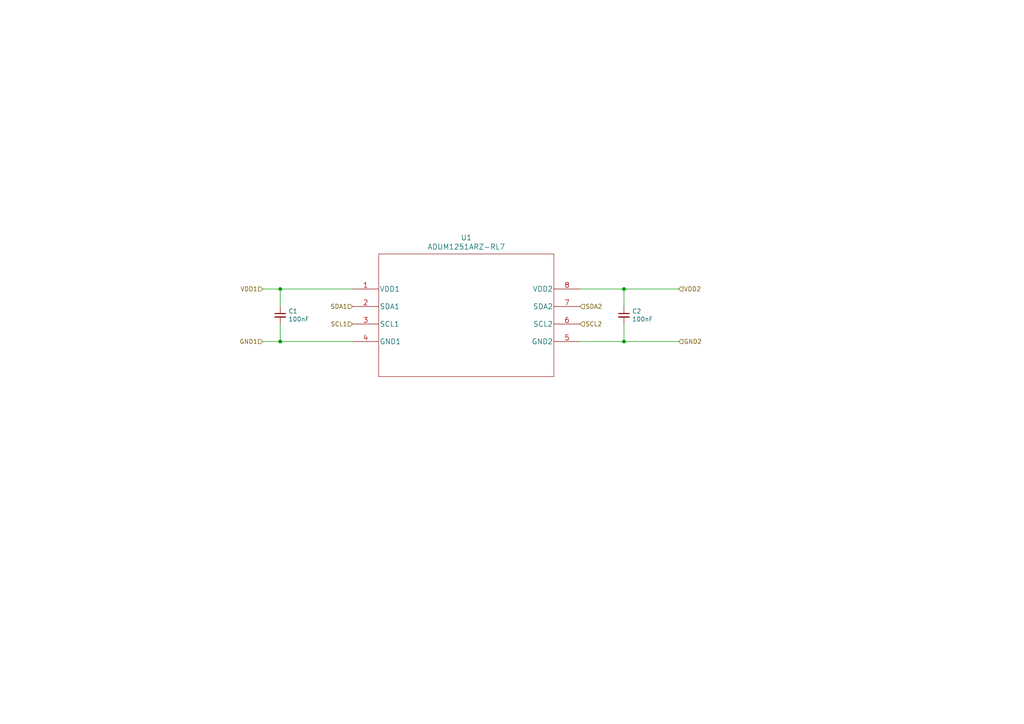
<source format=kicad_sch>
(kicad_sch (version 20211123) (generator eeschema)

  (uuid 0a3cc030-c9dd-4d74-9d50-715ed2b361a2)

  (paper "A4")

  (lib_symbols
    (symbol "Device:C_Small" (pin_numbers hide) (pin_names (offset 0.254) hide) (in_bom yes) (on_board yes)
      (property "Reference" "C" (id 0) (at 0.254 1.778 0)
        (effects (font (size 1.27 1.27)) (justify left))
      )
      (property "Value" "C_Small" (id 1) (at 0.254 -2.032 0)
        (effects (font (size 1.27 1.27)) (justify left))
      )
      (property "Footprint" "" (id 2) (at 0 0 0)
        (effects (font (size 1.27 1.27)) hide)
      )
      (property "Datasheet" "~" (id 3) (at 0 0 0)
        (effects (font (size 1.27 1.27)) hide)
      )
      (property "ki_keywords" "capacitor cap" (id 4) (at 0 0 0)
        (effects (font (size 1.27 1.27)) hide)
      )
      (property "ki_description" "Unpolarized capacitor, small symbol" (id 5) (at 0 0 0)
        (effects (font (size 1.27 1.27)) hide)
      )
      (property "ki_fp_filters" "C_*" (id 6) (at 0 0 0)
        (effects (font (size 1.27 1.27)) hide)
      )
      (symbol "C_Small_0_1"
        (polyline
          (pts
            (xy -1.524 -0.508)
            (xy 1.524 -0.508)
          )
          (stroke (width 0.3302) (type default) (color 0 0 0 0))
          (fill (type none))
        )
        (polyline
          (pts
            (xy -1.524 0.508)
            (xy 1.524 0.508)
          )
          (stroke (width 0.3048) (type default) (color 0 0 0 0))
          (fill (type none))
        )
      )
      (symbol "C_Small_1_1"
        (pin passive line (at 0 2.54 270) (length 2.032)
          (name "~" (effects (font (size 1.27 1.27))))
          (number "1" (effects (font (size 1.27 1.27))))
        )
        (pin passive line (at 0 -2.54 90) (length 2.032)
          (name "~" (effects (font (size 1.27 1.27))))
          (number "2" (effects (font (size 1.27 1.27))))
        )
      )
    )
    (symbol "local:ADUM1251ARZ-RL7" (pin_names (offset 0.254)) (in_bom yes) (on_board yes)
      (property "Reference" "U" (id 0) (at 33.02 20.32 0)
        (effects (font (size 1.524 1.524)))
      )
      (property "Value" "local_ADUM1251ARZ-RL7" (id 1) (at 33.02 15.24 0)
        (effects (font (size 1.524 1.524)))
      )
      (property "Footprint" "Package_SO:SOIC-8_3.9x4.9mm_P1.27mm" (id 2) (at 33.02 13.716 0)
        (effects (font (size 1.524 1.524)) hide)
      )
      (property "Datasheet" "" (id 3) (at 0 0 0)
        (effects (font (size 1.524 1.524)))
      )
      (property "ki_fp_filters" "R_8 R_8-M R_8-L" (id 4) (at 0 0 0)
        (effects (font (size 1.27 1.27)) hide)
      )
      (symbol "ADUM1251ARZ-RL7_1_0"
        (polyline
          (pts
            (xy 7.62 -25.4)
            (xy 58.42 -25.4)
          )
          (stroke (width 0.127) (type default) (color 0 0 0 0))
          (fill (type none))
        )
        (polyline
          (pts
            (xy 7.62 10.16)
            (xy 7.62 -25.4)
          )
          (stroke (width 0.127) (type default) (color 0 0 0 0))
          (fill (type none))
        )
        (polyline
          (pts
            (xy 58.42 -25.4)
            (xy 58.42 10.16)
          )
          (stroke (width 0.127) (type default) (color 0 0 0 0))
          (fill (type none))
        )
        (polyline
          (pts
            (xy 58.42 10.16)
            (xy 7.62 10.16)
          )
          (stroke (width 0.127) (type default) (color 0 0 0 0))
          (fill (type none))
        )
        (pin power_in line (at 0 0 0) (length 7.62)
          (name "VDD1" (effects (font (size 1.4986 1.4986))))
          (number "1" (effects (font (size 1.4986 1.4986))))
        )
        (pin bidirectional line (at 0 -5.08 0) (length 7.62)
          (name "SDA1" (effects (font (size 1.4986 1.4986))))
          (number "2" (effects (font (size 1.4986 1.4986))))
        )
        (pin bidirectional line (at 0 -10.16 0) (length 7.62)
          (name "SCL1" (effects (font (size 1.4986 1.4986))))
          (number "3" (effects (font (size 1.4986 1.4986))))
        )
        (pin power_in line (at 0 -15.24 0) (length 7.62)
          (name "GND1" (effects (font (size 1.4986 1.4986))))
          (number "4" (effects (font (size 1.4986 1.4986))))
        )
        (pin power_in line (at 66.04 -15.24 180) (length 7.62)
          (name "GND2" (effects (font (size 1.4986 1.4986))))
          (number "5" (effects (font (size 1.4986 1.4986))))
        )
        (pin bidirectional line (at 66.04 -10.16 180) (length 7.62)
          (name "SCL2" (effects (font (size 1.4986 1.4986))))
          (number "6" (effects (font (size 1.4986 1.4986))))
        )
        (pin bidirectional line (at 66.04 -5.08 180) (length 7.62)
          (name "SDA2" (effects (font (size 1.4986 1.4986))))
          (number "7" (effects (font (size 1.4986 1.4986))))
        )
        (pin power_in line (at 66.04 0 180) (length 7.62)
          (name "VDD2" (effects (font (size 1.4986 1.4986))))
          (number "8" (effects (font (size 1.4986 1.4986))))
        )
      )
    )
  )

  (junction (at 81.28 99.06) (diameter 0) (color 0 0 0 0)
    (uuid 47baf4b1-0938-497d-88f9-671136aa8be7)
  )
  (junction (at 81.28 83.82) (diameter 0) (color 0 0 0 0)
    (uuid 4fb02e58-160a-4a39-9f22-d0c75e82ee72)
  )
  (junction (at 180.975 83.82) (diameter 0) (color 0 0 0 0)
    (uuid 55e740a3-0735-4744-896e-2bf5437093b9)
  )
  (junction (at 180.975 99.06) (diameter 0) (color 0 0 0 0)
    (uuid 746ba970-8279-4e7b-aed3-f28687777c21)
  )

  (wire (pts (xy 180.975 88.9) (xy 180.975 83.82))
    (stroke (width 0) (type default) (color 0 0 0 0))
    (uuid 10109f84-4940-47f8-8640-91f185ac9bc1)
  )
  (wire (pts (xy 168.275 99.06) (xy 180.975 99.06))
    (stroke (width 0) (type default) (color 0 0 0 0))
    (uuid 6e105729-aba0-497c-a99e-c32d2b3ddb6d)
  )
  (wire (pts (xy 180.975 99.06) (xy 196.85 99.06))
    (stroke (width 0) (type default) (color 0 0 0 0))
    (uuid 71c31975-2c45-4d18-a25a-18e07a55d11e)
  )
  (wire (pts (xy 81.28 99.06) (xy 102.235 99.06))
    (stroke (width 0) (type default) (color 0 0 0 0))
    (uuid 77ed3941-d133-4aef-a9af-5a39322d14eb)
  )
  (wire (pts (xy 196.85 83.82) (xy 180.975 83.82))
    (stroke (width 0) (type default) (color 0 0 0 0))
    (uuid 78cbdd6c-4878-4cc5-9a58-0e506478e37d)
  )
  (wire (pts (xy 102.235 83.82) (xy 81.28 83.82))
    (stroke (width 0) (type default) (color 0 0 0 0))
    (uuid 983c426c-24e0-4c65-ab69-1f1824adc5c6)
  )
  (wire (pts (xy 81.28 93.98) (xy 81.28 99.06))
    (stroke (width 0) (type default) (color 0 0 0 0))
    (uuid c022004a-c968-410e-b59e-fbab0e561e9d)
  )
  (wire (pts (xy 76.2 99.06) (xy 81.28 99.06))
    (stroke (width 0) (type default) (color 0 0 0 0))
    (uuid c1d83899-e380-49f9-a87d-8e78bc089ebf)
  )
  (wire (pts (xy 180.975 93.98) (xy 180.975 99.06))
    (stroke (width 0) (type default) (color 0 0 0 0))
    (uuid e10b5627-3247-4c86-b9f6-ef474ca11543)
  )
  (wire (pts (xy 81.28 88.9) (xy 81.28 83.82))
    (stroke (width 0) (type default) (color 0 0 0 0))
    (uuid e615f7aa-337e-474d-9615-2ad82b1c44ca)
  )
  (wire (pts (xy 81.28 83.82) (xy 76.2 83.82))
    (stroke (width 0) (type default) (color 0 0 0 0))
    (uuid ef8fe2ac-6a7f-4682-9418-b801a1b10a3b)
  )
  (wire (pts (xy 180.975 83.82) (xy 168.275 83.82))
    (stroke (width 0) (type default) (color 0 0 0 0))
    (uuid f4f99e3d-7269-4f6a-a759-16ad2a258779)
  )

  (hierarchical_label "SDA1" (shape input) (at 102.235 88.9 180)
    (effects (font (size 1.27 1.27)) (justify right))
    (uuid 13abf99d-5265-4779-8973-e94370fd18ff)
  )
  (hierarchical_label "VDD2" (shape input) (at 196.85 83.82 0)
    (effects (font (size 1.27 1.27)) (justify left))
    (uuid 23bb2798-d93a-4696-a962-c305c4298a0c)
  )
  (hierarchical_label "GND2" (shape input) (at 196.85 99.06 0)
    (effects (font (size 1.27 1.27)) (justify left))
    (uuid 46918595-4a45-48e8-84c0-961b4db7f35f)
  )
  (hierarchical_label "SDA2" (shape input) (at 168.275 88.9 0)
    (effects (font (size 1.27 1.27)) (justify left))
    (uuid 94c158d1-8503-4553-b511-bf42f506c2a8)
  )
  (hierarchical_label "SCL2" (shape input) (at 168.275 93.98 0)
    (effects (font (size 1.27 1.27)) (justify left))
    (uuid 9ccf03e8-755a-4cd9-96fc-30e1d08fa253)
  )
  (hierarchical_label "SCL1" (shape input) (at 102.235 93.98 180)
    (effects (font (size 1.27 1.27)) (justify right))
    (uuid a05d7640-f2f6-4ba7-8c51-5a4af431fc13)
  )
  (hierarchical_label "VDD1" (shape input) (at 76.2 83.82 180)
    (effects (font (size 1.27 1.27)) (justify right))
    (uuid a7520ad3-0f8b-4788-92d4-8ffb277041e6)
  )
  (hierarchical_label "GND1" (shape input) (at 76.2 99.06 180)
    (effects (font (size 1.27 1.27)) (justify right))
    (uuid a795f1ba-cdd5-4cc5-9a52-08586e982934)
  )

  (symbol (lib_id "local:ADUM1251ARZ-RL7") (at 102.235 83.82 0) (unit 1)
    (in_bom yes) (on_board yes)
    (uuid 00000000-0000-0000-0000-000060a1721e)
    (property "Reference" "U1" (id 0) (at 135.255 68.9102 0)
      (effects (font (size 1.524 1.524)))
    )
    (property "Value" "ADUM1251ARZ-RL7" (id 1) (at 135.255 71.6026 0)
      (effects (font (size 1.524 1.524)))
    )
    (property "Footprint" "Package_SO:SOIC-8_3.9x4.9mm_P1.27mm" (id 2) (at 135.255 70.104 0)
      (effects (font (size 1.524 1.524)) hide)
    )
    (property "Datasheet" "https://www.analog.com/media/en/technical-documentation/data-sheets/ADUM1250_1251.pdf" (id 3) (at 135.255 71.6026 0)
      (effects (font (size 1.524 1.524)) hide)
    )
    (property "MPN" "ADUM1251ARZ-RL7" (id 4) (at 102.235 83.82 0)
      (effects (font (size 1.27 1.27)) hide)
    )
    (property "Digi-Key_PN" "ADUM1251ARZ-RL7CT-ND" (id 5) (at 102.235 83.82 0)
      (effects (font (size 1.27 1.27)) hide)
    )
    (pin "1" (uuid f317fffe-7c65-4b9c-b689-bc611bea39a1))
    (pin "2" (uuid c7b701da-2db5-47dd-bc5f-d3f473ce5918))
    (pin "3" (uuid 129e252f-9fe8-4656-9e33-eb464a22a280))
    (pin "4" (uuid 380a782e-d822-45e4-a94c-87ef04c96db5))
    (pin "5" (uuid cc1be7ad-7eaf-4eda-9fd7-065812c47cc8))
    (pin "6" (uuid 4157137b-f00d-4586-9624-8d7e2e77d3c8))
    (pin "7" (uuid 7772cb60-3a36-48fa-8e5f-f06e28e08dd8))
    (pin "8" (uuid d930cde5-b6df-4d0d-a2e3-00517a3d7acf))
  )

  (symbol (lib_id "Device:C_Small") (at 81.28 91.44 0) (unit 1)
    (in_bom yes) (on_board yes)
    (uuid 00000000-0000-0000-0000-000060a18186)
    (property "Reference" "C1" (id 0) (at 83.6168 90.2716 0)
      (effects (font (size 1.27 1.27)) (justify left))
    )
    (property "Value" "100nF" (id 1) (at 83.6168 92.583 0)
      (effects (font (size 1.27 1.27)) (justify left))
    )
    (property "Footprint" "Capacitor_SMD:C_0603_1608Metric" (id 2) (at 81.28 91.44 0)
      (effects (font (size 1.27 1.27)) hide)
    )
    (property "Datasheet" "~" (id 3) (at 81.28 91.44 0)
      (effects (font (size 1.27 1.27)) hide)
    )
    (pin "1" (uuid f2a4f062-18a2-4173-9742-24a874255527))
    (pin "2" (uuid d05a8a57-532c-4506-871c-b337dab47fdc))
  )

  (symbol (lib_id "Device:C_Small") (at 180.975 91.44 0) (unit 1)
    (in_bom yes) (on_board yes)
    (uuid 00000000-0000-0000-0000-000060a186fc)
    (property "Reference" "C2" (id 0) (at 183.3118 90.2716 0)
      (effects (font (size 1.27 1.27)) (justify left))
    )
    (property "Value" "100nF" (id 1) (at 183.3118 92.583 0)
      (effects (font (size 1.27 1.27)) (justify left))
    )
    (property "Footprint" "Capacitor_SMD:C_0603_1608Metric" (id 2) (at 180.975 91.44 0)
      (effects (font (size 1.27 1.27)) hide)
    )
    (property "Datasheet" "~" (id 3) (at 180.975 91.44 0)
      (effects (font (size 1.27 1.27)) hide)
    )
    (pin "1" (uuid 193aa9e7-6f5f-47dd-a2e0-53067ea9f154))
    (pin "2" (uuid 1acb81ee-cfbb-43cb-b04a-8b3d554e1ebd))
  )
)

</source>
